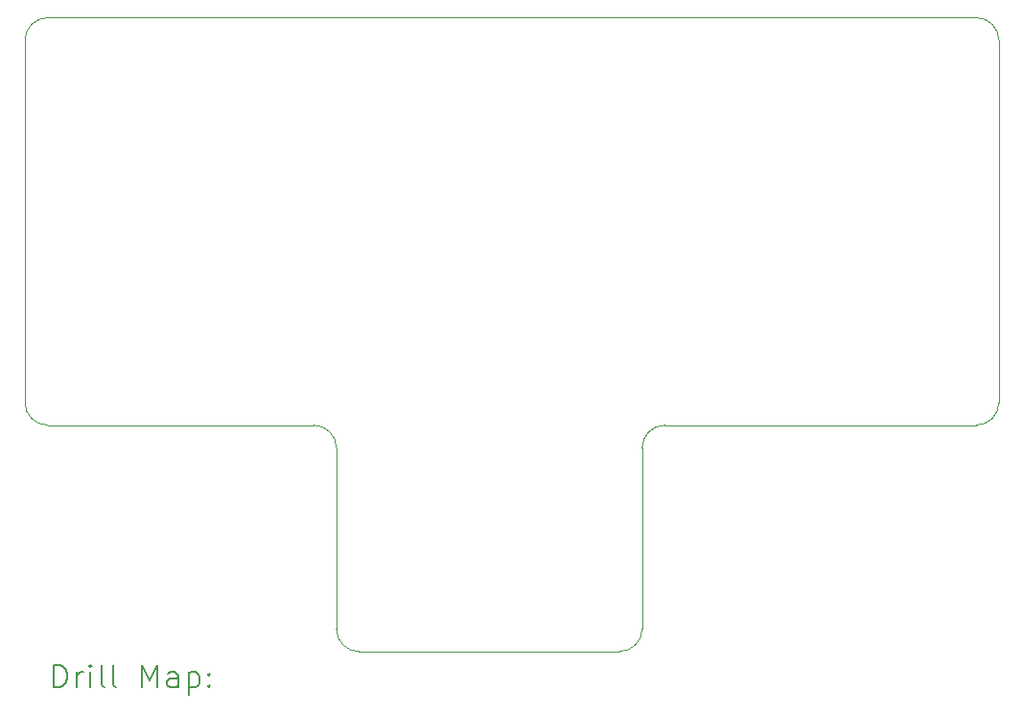
<source format=gbr>
%TF.GenerationSoftware,KiCad,Pcbnew,7.0.7*%
%TF.CreationDate,2023-10-18T20:08:33+01:00*%
%TF.ProjectId,Wand Board,57616e64-2042-46f6-9172-642e6b696361,rev?*%
%TF.SameCoordinates,Original*%
%TF.FileFunction,Drillmap*%
%TF.FilePolarity,Positive*%
%FSLAX45Y45*%
G04 Gerber Fmt 4.5, Leading zero omitted, Abs format (unit mm)*
G04 Created by KiCad (PCBNEW 7.0.7) date 2023-10-18 20:08:33*
%MOMM*%
%LPD*%
G01*
G04 APERTURE LIST*
%ADD10C,0.100000*%
%ADD11C,0.200000*%
G04 APERTURE END LIST*
D10*
X5550000Y-6650000D02*
X13750000Y-6650000D01*
X8100000Y-10450000D02*
G75*
G03*
X7900000Y-10250000I-200000J0D01*
G01*
X13950000Y-6850000D02*
X13950000Y-10050000D01*
X5350000Y-10050000D02*
G75*
G03*
X5550000Y-10250000I200000J0D01*
G01*
X5350000Y-10050000D02*
X5350000Y-6850000D01*
X13950000Y-6850000D02*
G75*
G03*
X13750000Y-6650000I-200000J0D01*
G01*
X8100000Y-12050000D02*
X8100000Y-10450000D01*
X10600000Y-12250000D02*
X8300000Y-12250000D01*
X11000000Y-10250000D02*
G75*
G03*
X10800000Y-10450000I0J-200000D01*
G01*
X13750000Y-10250000D02*
X11000000Y-10250000D01*
X13750000Y-10250000D02*
G75*
G03*
X13950000Y-10050000I0J200000D01*
G01*
X7900000Y-10250000D02*
X5550000Y-10250000D01*
X8100000Y-12050000D02*
G75*
G03*
X8300000Y-12250000I200000J0D01*
G01*
X5550000Y-6650000D02*
G75*
G03*
X5350000Y-6850000I0J-200000D01*
G01*
X10800000Y-10450000D02*
X10800000Y-12050000D01*
X10600000Y-12250000D02*
G75*
G03*
X10800000Y-12050000I0J200000D01*
G01*
D11*
X5605777Y-12566484D02*
X5605777Y-12366484D01*
X5605777Y-12366484D02*
X5653396Y-12366484D01*
X5653396Y-12366484D02*
X5681967Y-12376008D01*
X5681967Y-12376008D02*
X5701015Y-12395055D01*
X5701015Y-12395055D02*
X5710539Y-12414103D01*
X5710539Y-12414103D02*
X5720062Y-12452198D01*
X5720062Y-12452198D02*
X5720062Y-12480769D01*
X5720062Y-12480769D02*
X5710539Y-12518865D01*
X5710539Y-12518865D02*
X5701015Y-12537912D01*
X5701015Y-12537912D02*
X5681967Y-12556960D01*
X5681967Y-12556960D02*
X5653396Y-12566484D01*
X5653396Y-12566484D02*
X5605777Y-12566484D01*
X5805777Y-12566484D02*
X5805777Y-12433150D01*
X5805777Y-12471246D02*
X5815301Y-12452198D01*
X5815301Y-12452198D02*
X5824824Y-12442674D01*
X5824824Y-12442674D02*
X5843872Y-12433150D01*
X5843872Y-12433150D02*
X5862920Y-12433150D01*
X5929586Y-12566484D02*
X5929586Y-12433150D01*
X5929586Y-12366484D02*
X5920062Y-12376008D01*
X5920062Y-12376008D02*
X5929586Y-12385531D01*
X5929586Y-12385531D02*
X5939110Y-12376008D01*
X5939110Y-12376008D02*
X5929586Y-12366484D01*
X5929586Y-12366484D02*
X5929586Y-12385531D01*
X6053396Y-12566484D02*
X6034348Y-12556960D01*
X6034348Y-12556960D02*
X6024824Y-12537912D01*
X6024824Y-12537912D02*
X6024824Y-12366484D01*
X6158158Y-12566484D02*
X6139110Y-12556960D01*
X6139110Y-12556960D02*
X6129586Y-12537912D01*
X6129586Y-12537912D02*
X6129586Y-12366484D01*
X6386729Y-12566484D02*
X6386729Y-12366484D01*
X6386729Y-12366484D02*
X6453396Y-12509341D01*
X6453396Y-12509341D02*
X6520062Y-12366484D01*
X6520062Y-12366484D02*
X6520062Y-12566484D01*
X6701015Y-12566484D02*
X6701015Y-12461722D01*
X6701015Y-12461722D02*
X6691491Y-12442674D01*
X6691491Y-12442674D02*
X6672443Y-12433150D01*
X6672443Y-12433150D02*
X6634348Y-12433150D01*
X6634348Y-12433150D02*
X6615301Y-12442674D01*
X6701015Y-12556960D02*
X6681967Y-12566484D01*
X6681967Y-12566484D02*
X6634348Y-12566484D01*
X6634348Y-12566484D02*
X6615301Y-12556960D01*
X6615301Y-12556960D02*
X6605777Y-12537912D01*
X6605777Y-12537912D02*
X6605777Y-12518865D01*
X6605777Y-12518865D02*
X6615301Y-12499817D01*
X6615301Y-12499817D02*
X6634348Y-12490293D01*
X6634348Y-12490293D02*
X6681967Y-12490293D01*
X6681967Y-12490293D02*
X6701015Y-12480769D01*
X6796253Y-12433150D02*
X6796253Y-12633150D01*
X6796253Y-12442674D02*
X6815301Y-12433150D01*
X6815301Y-12433150D02*
X6853396Y-12433150D01*
X6853396Y-12433150D02*
X6872443Y-12442674D01*
X6872443Y-12442674D02*
X6881967Y-12452198D01*
X6881967Y-12452198D02*
X6891491Y-12471246D01*
X6891491Y-12471246D02*
X6891491Y-12528388D01*
X6891491Y-12528388D02*
X6881967Y-12547436D01*
X6881967Y-12547436D02*
X6872443Y-12556960D01*
X6872443Y-12556960D02*
X6853396Y-12566484D01*
X6853396Y-12566484D02*
X6815301Y-12566484D01*
X6815301Y-12566484D02*
X6796253Y-12556960D01*
X6977205Y-12547436D02*
X6986729Y-12556960D01*
X6986729Y-12556960D02*
X6977205Y-12566484D01*
X6977205Y-12566484D02*
X6967682Y-12556960D01*
X6967682Y-12556960D02*
X6977205Y-12547436D01*
X6977205Y-12547436D02*
X6977205Y-12566484D01*
X6977205Y-12442674D02*
X6986729Y-12452198D01*
X6986729Y-12452198D02*
X6977205Y-12461722D01*
X6977205Y-12461722D02*
X6967682Y-12452198D01*
X6967682Y-12452198D02*
X6977205Y-12442674D01*
X6977205Y-12442674D02*
X6977205Y-12461722D01*
M02*

</source>
